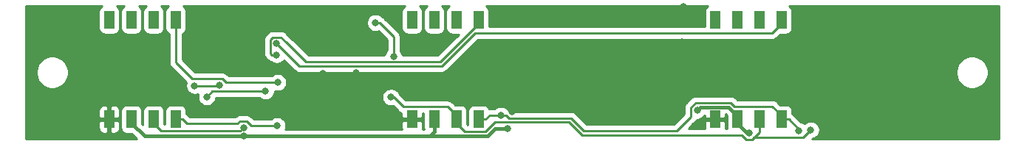
<source format=gbr>
G04 #@! TF.GenerationSoftware,KiCad,Pcbnew,(5.1.4)-1*
G04 #@! TF.CreationDate,2020-01-28T11:55:59-05:00*
G04 #@! TF.ProjectId,PDC1920,50444331-3932-4302-9e6b-696361645f70,rev?*
G04 #@! TF.SameCoordinates,Original*
G04 #@! TF.FileFunction,Copper,L1,Top*
G04 #@! TF.FilePolarity,Positive*
%FSLAX46Y46*%
G04 Gerber Fmt 4.6, Leading zero omitted, Abs format (unit mm)*
G04 Created by KiCad (PCBNEW (5.1.4)-1) date 2020-01-28 11:55:59*
%MOMM*%
%LPD*%
G04 APERTURE LIST*
%ADD10R,1.143000X2.032000*%
%ADD11C,0.800000*%
%ADD12C,0.254000*%
%ADD13C,0.381000*%
G04 APERTURE END LIST*
D10*
X130120200Y-99493000D03*
X132660200Y-99493000D03*
X135200200Y-99493000D03*
X137740200Y-99493000D03*
X130120200Y-88033000D03*
X132660200Y-88033000D03*
X135200200Y-88033000D03*
X137740200Y-88033000D03*
X95399000Y-99493000D03*
X97939000Y-99493000D03*
X100479000Y-99493000D03*
X103019000Y-99493000D03*
X95399000Y-88033000D03*
X97939000Y-88033000D03*
X100479000Y-88033000D03*
X103019000Y-88033000D03*
X60685680Y-99493000D03*
X63225680Y-99493000D03*
X65765680Y-99493000D03*
X68305680Y-99493000D03*
X60685680Y-88033000D03*
X63225680Y-88033000D03*
X65765680Y-88033000D03*
X68305680Y-88033000D03*
D11*
X139700000Y-100809490D03*
X79933800Y-100239909D03*
X105587800Y-99034600D03*
X141097000Y-100711000D03*
X92983333Y-96945733D03*
X76109866Y-100447654D03*
X70485000Y-97536000D03*
X54483000Y-89154000D03*
X54356000Y-98933000D03*
X58166000Y-93980000D03*
X70612000Y-86995000D03*
X77470000Y-88519000D03*
X92303600Y-87071200D03*
X105943400Y-87172800D03*
X131241800Y-93091000D03*
X159766000Y-99314000D03*
X159893000Y-88900000D03*
X154813000Y-93853000D03*
X149352000Y-90551000D03*
X145288000Y-101219000D03*
X145796000Y-86868000D03*
X85217000Y-94234000D03*
X88900000Y-96647000D03*
X63944500Y-93789500D03*
X79946500Y-93599000D03*
X72136000Y-90487500D03*
X76073000Y-94107000D03*
X84455000Y-88201500D03*
X61849000Y-101219000D03*
X126339600Y-90551000D03*
X117525800Y-92862400D03*
X58420000Y-87122000D03*
X88582500Y-99250500D03*
X98869500Y-96647000D03*
X98425000Y-91338400D03*
X127787400Y-100253800D03*
X125222000Y-99136200D03*
X84226400Y-98247200D03*
X93370400Y-99441000D03*
X106883200Y-98602800D03*
X100279200Y-94411800D03*
X109093000Y-97840800D03*
X126492000Y-86537800D03*
X135509000Y-92837000D03*
X148844000Y-93853000D03*
X78384400Y-99059998D03*
X88900000Y-90678000D03*
X88963500Y-94170500D03*
X133991074Y-101085926D03*
X106327510Y-100555490D03*
X128066800Y-98475800D03*
X76123802Y-101447600D03*
X70485000Y-95631000D03*
X73285067Y-95538990D03*
X80010000Y-95250000D03*
X79883000Y-92075000D03*
X79883009Y-90770010D03*
X71872399Y-96910601D03*
X78613000Y-96266000D03*
X93268800Y-92227400D03*
X91211400Y-88366600D03*
D12*
X138565700Y-99493000D02*
X139700000Y-100627300D01*
X139700000Y-100627300D02*
X139700000Y-100809490D01*
X137740200Y-99493000D02*
X138565700Y-99493000D01*
X137740200Y-99493000D02*
X137656500Y-99493000D01*
X103844500Y-99493000D02*
X104302900Y-99034600D01*
X104302900Y-99034600D02*
X105022115Y-99034600D01*
X105022115Y-99034600D02*
X105587800Y-99034600D01*
X103019000Y-99493000D02*
X103844500Y-99493000D01*
X137740200Y-99048500D02*
X137740200Y-99493000D01*
X136684900Y-97993200D02*
X137740200Y-99048500D01*
X132336768Y-97993200D02*
X136684900Y-97993200D01*
X131901859Y-97558291D02*
X132336768Y-97993200D01*
X127908347Y-97558291D02*
X131901859Y-97558291D01*
X127339799Y-98126839D02*
X127908347Y-97558291D01*
X125726810Y-100841190D02*
X127339799Y-99228201D01*
X106153485Y-99034600D02*
X106477364Y-99358479D01*
X127339799Y-99228201D02*
X127339799Y-98126839D01*
X105587800Y-99034600D02*
X106153485Y-99034600D01*
X106477364Y-99358479D02*
X113589546Y-99358479D01*
X113589546Y-99358479D02*
X113855499Y-99624433D01*
X113855499Y-99624433D02*
X115072256Y-100841190D01*
X115072256Y-100841190D02*
X125726810Y-100841190D01*
X69637980Y-99999800D02*
X69131180Y-99493000D01*
X75387200Y-99999800D02*
X69637980Y-99999800D01*
X75666347Y-99720653D02*
X75387200Y-99999800D01*
X79919909Y-100253800D02*
X76987400Y-100253800D01*
X69131180Y-99493000D02*
X68305680Y-99493000D01*
X79933800Y-100239909D02*
X79919909Y-100253800D01*
X76987400Y-100253800D02*
X76454000Y-99720400D01*
X76454000Y-99720400D02*
X76073000Y-99720400D01*
X76073000Y-99720400D02*
X76072747Y-99720653D01*
X76072747Y-99720653D02*
X75666347Y-99720653D01*
X135200200Y-99937500D02*
X135200200Y-99493000D01*
X135200200Y-100763000D02*
X135200200Y-99493000D01*
X135200200Y-100952762D02*
X135200200Y-100763000D01*
X134333961Y-101819001D02*
X135200200Y-100952762D01*
X140697001Y-101110999D02*
X141097000Y-100711000D01*
X140208000Y-101600000D02*
X140697001Y-101110999D01*
X134333961Y-101819001D02*
X134552962Y-101600000D01*
X134552962Y-101600000D02*
X140208000Y-101600000D01*
X92983333Y-96945733D02*
X93262733Y-96945733D01*
X100479000Y-99048500D02*
X100479000Y-99493000D01*
X99489500Y-98059000D02*
X100479000Y-99048500D01*
X94376000Y-98059000D02*
X99489500Y-98059000D01*
X93262733Y-96945733D02*
X94376000Y-98059000D01*
X133696001Y-101819001D02*
X134333961Y-101819001D01*
X133172200Y-101295200D02*
X133696001Y-101819001D01*
X114884200Y-101295200D02*
X133172200Y-101295200D01*
X100479000Y-99937500D02*
X101471589Y-100930089D01*
X100479000Y-99493000D02*
X100479000Y-99937500D01*
X103824039Y-100930089D02*
X104941639Y-99812489D01*
X101471589Y-100930089D02*
X103824039Y-100930089D01*
X104941639Y-99812489D02*
X113401489Y-99812489D01*
X113401489Y-99812489D02*
X114884200Y-101295200D01*
X75721519Y-100836001D02*
X76109866Y-100447654D01*
X66664181Y-100836001D02*
X75721519Y-100836001D01*
X65765680Y-99493000D02*
X65765680Y-99937500D01*
X65765680Y-99937500D02*
X66664181Y-100836001D01*
D13*
X133808626Y-101085926D02*
X133991074Y-101085926D01*
X132660200Y-99937500D02*
X133808626Y-101085926D01*
X132660200Y-99493000D02*
X132660200Y-99937500D01*
D12*
X97939000Y-99493000D02*
X97939000Y-99048500D01*
D13*
X97939000Y-99493000D02*
X98188598Y-99493000D01*
X132660200Y-99493000D02*
X132660200Y-99048500D01*
X132660200Y-99048500D02*
X131687501Y-98075801D01*
X128466799Y-98075801D02*
X128066800Y-98475800D01*
X131687501Y-98075801D02*
X128466799Y-98075801D01*
X97939000Y-99493000D02*
X97939000Y-99937500D01*
X105761825Y-100555490D02*
X106327510Y-100555490D01*
X104930510Y-100555490D02*
X105761825Y-100555490D01*
X104038400Y-101447600D02*
X104930510Y-100555490D01*
X97459800Y-101369200D02*
X97459800Y-101447600D01*
X97939000Y-100890000D02*
X97459800Y-101369200D01*
X97939000Y-99493000D02*
X97939000Y-100890000D01*
X97459800Y-101447600D02*
X104038400Y-101447600D01*
X63225680Y-99493000D02*
X63225680Y-99937500D01*
X64735780Y-101447600D02*
X74719915Y-101447600D01*
D12*
X74676000Y-101403685D02*
X74719915Y-101447600D01*
D13*
X63225680Y-99937500D02*
X64735780Y-101447600D01*
X97459800Y-101447600D02*
X76123802Y-101447600D01*
X74719915Y-101447600D02*
X76123802Y-101447600D01*
D12*
X73193057Y-95631000D02*
X73285067Y-95538990D01*
X70485000Y-95631000D02*
X73193057Y-95631000D01*
X68305680Y-92943680D02*
X68305680Y-88033000D01*
X70173989Y-94811989D02*
X68305680Y-92943680D01*
X73634027Y-94811989D02*
X70173989Y-94811989D01*
X80010000Y-95250000D02*
X74072038Y-95250000D01*
X74072038Y-95250000D02*
X73634027Y-94811989D01*
X103019000Y-87588500D02*
X103019000Y-88033000D01*
X80904553Y-90581953D02*
X83210400Y-92887800D01*
X98608700Y-92887800D02*
X103019000Y-88477500D01*
X80902704Y-90581953D02*
X80904553Y-90581953D01*
X79317315Y-92075000D02*
X79155999Y-91913684D01*
X79883000Y-92075000D02*
X79317315Y-92075000D01*
X103019000Y-88477500D02*
X103019000Y-88033000D01*
X79155999Y-91913684D02*
X79155999Y-90329039D01*
X83210400Y-92887800D02*
X98608700Y-92887800D01*
X79155999Y-90329039D02*
X79442038Y-90043000D01*
X79442038Y-90043000D02*
X80363751Y-90043000D01*
X80363751Y-90043000D02*
X80902704Y-90581953D01*
X80283008Y-91170009D02*
X79883009Y-90770010D01*
X137740200Y-88033000D02*
X137740200Y-88477500D01*
X136682700Y-89535000D02*
X102603568Y-89535000D01*
X102603568Y-89535000D02*
X98796757Y-93341811D01*
X98796757Y-93341811D02*
X82454810Y-93341811D01*
X137740200Y-88477500D02*
X136682700Y-89535000D01*
X82454810Y-93341811D02*
X80283008Y-91170009D01*
X72517000Y-96266000D02*
X78613000Y-96266000D01*
X71872399Y-96910601D02*
X72517000Y-96266000D01*
X91668600Y-88366600D02*
X91211400Y-88366600D01*
X93268800Y-92227400D02*
X93268800Y-89966800D01*
X93268800Y-89966800D02*
X91668600Y-88366600D01*
G36*
X59759686Y-86486463D02*
G01*
X59662995Y-86565815D01*
X59583643Y-86662506D01*
X59524678Y-86772820D01*
X59488368Y-86892518D01*
X59476108Y-87017000D01*
X59476108Y-89049000D01*
X59488368Y-89173482D01*
X59524678Y-89293180D01*
X59583643Y-89403494D01*
X59662995Y-89500185D01*
X59759686Y-89579537D01*
X59870000Y-89638502D01*
X59989698Y-89674812D01*
X60114180Y-89687072D01*
X61257180Y-89687072D01*
X61381662Y-89674812D01*
X61501360Y-89638502D01*
X61611674Y-89579537D01*
X61708365Y-89500185D01*
X61787717Y-89403494D01*
X61846682Y-89293180D01*
X61882992Y-89173482D01*
X61895252Y-89049000D01*
X61895252Y-87017000D01*
X61882992Y-86892518D01*
X61846682Y-86772820D01*
X61787717Y-86662506D01*
X61708365Y-86565815D01*
X61611674Y-86486463D01*
X61539950Y-86448125D01*
X62371410Y-86448125D01*
X62299686Y-86486463D01*
X62202995Y-86565815D01*
X62123643Y-86662506D01*
X62064678Y-86772820D01*
X62028368Y-86892518D01*
X62016108Y-87017000D01*
X62016108Y-89049000D01*
X62028368Y-89173482D01*
X62064678Y-89293180D01*
X62123643Y-89403494D01*
X62202995Y-89500185D01*
X62299686Y-89579537D01*
X62410000Y-89638502D01*
X62529698Y-89674812D01*
X62654180Y-89687072D01*
X63797180Y-89687072D01*
X63921662Y-89674812D01*
X64041360Y-89638502D01*
X64151674Y-89579537D01*
X64248365Y-89500185D01*
X64327717Y-89403494D01*
X64386682Y-89293180D01*
X64422992Y-89173482D01*
X64435252Y-89049000D01*
X64435252Y-87017000D01*
X64422992Y-86892518D01*
X64386682Y-86772820D01*
X64327717Y-86662506D01*
X64248365Y-86565815D01*
X64151674Y-86486463D01*
X64079950Y-86448125D01*
X64911410Y-86448125D01*
X64839686Y-86486463D01*
X64742995Y-86565815D01*
X64663643Y-86662506D01*
X64604678Y-86772820D01*
X64568368Y-86892518D01*
X64556108Y-87017000D01*
X64556108Y-89049000D01*
X64568368Y-89173482D01*
X64604678Y-89293180D01*
X64663643Y-89403494D01*
X64742995Y-89500185D01*
X64839686Y-89579537D01*
X64950000Y-89638502D01*
X65069698Y-89674812D01*
X65194180Y-89687072D01*
X66337180Y-89687072D01*
X66461662Y-89674812D01*
X66581360Y-89638502D01*
X66691674Y-89579537D01*
X66788365Y-89500185D01*
X66867717Y-89403494D01*
X66926682Y-89293180D01*
X66962992Y-89173482D01*
X66975252Y-89049000D01*
X66975252Y-87017000D01*
X66962992Y-86892518D01*
X66926682Y-86772820D01*
X66867717Y-86662506D01*
X66788365Y-86565815D01*
X66691674Y-86486463D01*
X66619950Y-86448125D01*
X67451410Y-86448125D01*
X67379686Y-86486463D01*
X67282995Y-86565815D01*
X67203643Y-86662506D01*
X67144678Y-86772820D01*
X67108368Y-86892518D01*
X67096108Y-87017000D01*
X67096108Y-89049000D01*
X67108368Y-89173482D01*
X67144678Y-89293180D01*
X67203643Y-89403494D01*
X67282995Y-89500185D01*
X67379686Y-89579537D01*
X67490000Y-89638502D01*
X67543681Y-89654786D01*
X67543680Y-92906257D01*
X67539994Y-92943680D01*
X67543680Y-92981103D01*
X67543680Y-92981105D01*
X67554706Y-93093057D01*
X67598278Y-93236694D01*
X67598279Y-93236695D01*
X67669035Y-93369072D01*
X67708663Y-93417358D01*
X67764258Y-93485102D01*
X67793334Y-93508964D01*
X69526004Y-95241635D01*
X69489774Y-95329102D01*
X69450000Y-95529061D01*
X69450000Y-95732939D01*
X69489774Y-95932898D01*
X69567795Y-96121256D01*
X69681063Y-96290774D01*
X69825226Y-96434937D01*
X69994744Y-96548205D01*
X70183102Y-96626226D01*
X70383061Y-96666000D01*
X70586939Y-96666000D01*
X70786898Y-96626226D01*
X70887108Y-96584717D01*
X70877173Y-96608703D01*
X70837399Y-96808662D01*
X70837399Y-97012540D01*
X70877173Y-97212499D01*
X70955194Y-97400857D01*
X71068462Y-97570375D01*
X71212625Y-97714538D01*
X71382143Y-97827806D01*
X71570501Y-97905827D01*
X71770460Y-97945601D01*
X71974338Y-97945601D01*
X72174297Y-97905827D01*
X72362655Y-97827806D01*
X72532173Y-97714538D01*
X72676336Y-97570375D01*
X72789604Y-97400857D01*
X72867625Y-97212499D01*
X72904324Y-97028000D01*
X77911289Y-97028000D01*
X77953226Y-97069937D01*
X78122744Y-97183205D01*
X78311102Y-97261226D01*
X78511061Y-97301000D01*
X78714939Y-97301000D01*
X78914898Y-97261226D01*
X79103256Y-97183205D01*
X79272774Y-97069937D01*
X79416937Y-96925774D01*
X79530205Y-96756256D01*
X79608226Y-96567898D01*
X79648000Y-96367939D01*
X79648000Y-96220331D01*
X79708102Y-96245226D01*
X79908061Y-96285000D01*
X80111939Y-96285000D01*
X80311898Y-96245226D01*
X80500256Y-96167205D01*
X80669774Y-96053937D01*
X80813937Y-95909774D01*
X80927205Y-95740256D01*
X81005226Y-95551898D01*
X81045000Y-95351939D01*
X81045000Y-95148061D01*
X81005226Y-94948102D01*
X80927205Y-94759744D01*
X80813937Y-94590226D01*
X80669774Y-94446063D01*
X80500256Y-94332795D01*
X80311898Y-94254774D01*
X80111939Y-94215000D01*
X79908061Y-94215000D01*
X79708102Y-94254774D01*
X79519744Y-94332795D01*
X79350226Y-94446063D01*
X79308289Y-94488000D01*
X74387668Y-94488000D01*
X74199311Y-94299643D01*
X74175449Y-94270567D01*
X74059419Y-94175344D01*
X73927042Y-94104587D01*
X73783405Y-94061015D01*
X73671453Y-94049989D01*
X73671450Y-94049989D01*
X73634027Y-94046303D01*
X73596604Y-94049989D01*
X70489620Y-94049989D01*
X69067680Y-92628050D01*
X69067680Y-89654786D01*
X69121360Y-89638502D01*
X69231674Y-89579537D01*
X69328365Y-89500185D01*
X69407717Y-89403494D01*
X69466682Y-89293180D01*
X69502992Y-89173482D01*
X69515252Y-89049000D01*
X69515252Y-87017000D01*
X69502992Y-86892518D01*
X69466682Y-86772820D01*
X69407717Y-86662506D01*
X69328365Y-86565815D01*
X69231674Y-86486463D01*
X69159950Y-86448125D01*
X94544730Y-86448125D01*
X94473006Y-86486463D01*
X94376315Y-86565815D01*
X94296963Y-86662506D01*
X94237998Y-86772820D01*
X94201688Y-86892518D01*
X94189428Y-87017000D01*
X94189428Y-89049000D01*
X94201688Y-89173482D01*
X94237998Y-89293180D01*
X94296963Y-89403494D01*
X94376315Y-89500185D01*
X94473006Y-89579537D01*
X94583320Y-89638502D01*
X94703018Y-89674812D01*
X94827500Y-89687072D01*
X95970500Y-89687072D01*
X96094982Y-89674812D01*
X96214680Y-89638502D01*
X96324994Y-89579537D01*
X96421685Y-89500185D01*
X96501037Y-89403494D01*
X96560002Y-89293180D01*
X96596312Y-89173482D01*
X96608572Y-89049000D01*
X96608572Y-87017000D01*
X96596312Y-86892518D01*
X96560002Y-86772820D01*
X96501037Y-86662506D01*
X96421685Y-86565815D01*
X96324994Y-86486463D01*
X96253270Y-86448125D01*
X97084730Y-86448125D01*
X97013006Y-86486463D01*
X96916315Y-86565815D01*
X96836963Y-86662506D01*
X96777998Y-86772820D01*
X96741688Y-86892518D01*
X96729428Y-87017000D01*
X96729428Y-89049000D01*
X96741688Y-89173482D01*
X96777998Y-89293180D01*
X96836963Y-89403494D01*
X96916315Y-89500185D01*
X97013006Y-89579537D01*
X97123320Y-89638502D01*
X97243018Y-89674812D01*
X97367500Y-89687072D01*
X98510500Y-89687072D01*
X98634982Y-89674812D01*
X98754680Y-89638502D01*
X98864994Y-89579537D01*
X98961685Y-89500185D01*
X99041037Y-89403494D01*
X99100002Y-89293180D01*
X99136312Y-89173482D01*
X99148572Y-89049000D01*
X99148572Y-87017000D01*
X99136312Y-86892518D01*
X99100002Y-86772820D01*
X99041037Y-86662506D01*
X98961685Y-86565815D01*
X98864994Y-86486463D01*
X98793270Y-86448125D01*
X99624730Y-86448125D01*
X99553006Y-86486463D01*
X99456315Y-86565815D01*
X99376963Y-86662506D01*
X99317998Y-86772820D01*
X99281688Y-86892518D01*
X99269428Y-87017000D01*
X99269428Y-89049000D01*
X99281688Y-89173482D01*
X99317998Y-89293180D01*
X99376963Y-89403494D01*
X99456315Y-89500185D01*
X99553006Y-89579537D01*
X99663320Y-89638502D01*
X99783018Y-89674812D01*
X99907500Y-89687072D01*
X100731797Y-89687072D01*
X98293070Y-92125800D01*
X94303800Y-92125800D01*
X94303800Y-92125461D01*
X94264026Y-91925502D01*
X94186005Y-91737144D01*
X94072737Y-91567626D01*
X94030800Y-91525689D01*
X94030800Y-90004223D01*
X94034486Y-89966800D01*
X94028266Y-89903647D01*
X94019774Y-89817422D01*
X93976202Y-89673785D01*
X93943265Y-89612164D01*
X93905445Y-89541407D01*
X93870657Y-89499019D01*
X93810222Y-89425378D01*
X93781146Y-89401516D01*
X92233884Y-87854254D01*
X92210022Y-87825178D01*
X92093992Y-87729955D01*
X91974707Y-87666196D01*
X91871174Y-87562663D01*
X91701656Y-87449395D01*
X91513298Y-87371374D01*
X91313339Y-87331600D01*
X91109461Y-87331600D01*
X90909502Y-87371374D01*
X90721144Y-87449395D01*
X90551626Y-87562663D01*
X90407463Y-87706826D01*
X90294195Y-87876344D01*
X90216174Y-88064702D01*
X90176400Y-88264661D01*
X90176400Y-88468539D01*
X90216174Y-88668498D01*
X90294195Y-88856856D01*
X90407463Y-89026374D01*
X90551626Y-89170537D01*
X90721144Y-89283805D01*
X90909502Y-89361826D01*
X91109461Y-89401600D01*
X91313339Y-89401600D01*
X91513298Y-89361826D01*
X91564845Y-89340475D01*
X92506801Y-90282431D01*
X92506800Y-91525689D01*
X92464863Y-91567626D01*
X92351595Y-91737144D01*
X92273574Y-91925502D01*
X92233800Y-92125461D01*
X92233800Y-92125800D01*
X83526031Y-92125800D01*
X81469837Y-90069607D01*
X81445975Y-90040531D01*
X81406588Y-90008207D01*
X80929035Y-89530654D01*
X80905173Y-89501578D01*
X80789143Y-89406355D01*
X80656766Y-89335598D01*
X80513129Y-89292026D01*
X80401177Y-89281000D01*
X80401174Y-89281000D01*
X80363751Y-89277314D01*
X80326328Y-89281000D01*
X79479460Y-89281000D01*
X79442037Y-89277314D01*
X79404614Y-89281000D01*
X79404612Y-89281000D01*
X79292660Y-89292026D01*
X79149023Y-89335598D01*
X79016646Y-89406355D01*
X78900616Y-89501578D01*
X78876754Y-89530654D01*
X78643648Y-89763760D01*
X78614578Y-89787617D01*
X78590721Y-89816687D01*
X78590720Y-89816688D01*
X78519354Y-89903647D01*
X78448598Y-90036024D01*
X78405026Y-90179661D01*
X78390313Y-90329039D01*
X78394000Y-90366472D01*
X78393999Y-91876260D01*
X78390313Y-91913684D01*
X78393999Y-91951107D01*
X78393999Y-91951109D01*
X78405025Y-92063061D01*
X78448597Y-92206698D01*
X78472360Y-92251155D01*
X78519354Y-92339076D01*
X78558982Y-92387362D01*
X78614577Y-92455106D01*
X78643653Y-92478968D01*
X78752031Y-92587346D01*
X78775893Y-92616422D01*
X78891923Y-92711645D01*
X79024300Y-92782402D01*
X79167937Y-92825974D01*
X79170517Y-92826228D01*
X79223226Y-92878937D01*
X79392744Y-92992205D01*
X79581102Y-93070226D01*
X79781061Y-93110000D01*
X79984939Y-93110000D01*
X80184898Y-93070226D01*
X80373256Y-92992205D01*
X80542774Y-92878937D01*
X80686937Y-92734774D01*
X80720264Y-92684896D01*
X81889531Y-93854163D01*
X81913388Y-93883233D01*
X81942458Y-93907090D01*
X82029417Y-93978456D01*
X82100174Y-94016276D01*
X82161795Y-94049213D01*
X82305432Y-94092785D01*
X82417384Y-94103811D01*
X82417387Y-94103811D01*
X82454810Y-94107497D01*
X82492233Y-94103811D01*
X98759334Y-94103811D01*
X98796757Y-94107497D01*
X98834180Y-94103811D01*
X98834183Y-94103811D01*
X98946135Y-94092785D01*
X99089772Y-94049213D01*
X99222149Y-93978456D01*
X99305157Y-93910333D01*
X157708378Y-93910333D01*
X157708378Y-94279917D01*
X157780480Y-94642399D01*
X157921914Y-94983849D01*
X158127243Y-95291147D01*
X158388578Y-95552482D01*
X158695876Y-95757811D01*
X159037326Y-95899245D01*
X159399808Y-95971347D01*
X159769392Y-95971347D01*
X160131874Y-95899245D01*
X160473324Y-95757811D01*
X160780622Y-95552482D01*
X161041957Y-95291147D01*
X161247286Y-94983849D01*
X161388720Y-94642399D01*
X161460822Y-94279917D01*
X161460822Y-93910333D01*
X161388720Y-93547851D01*
X161247286Y-93206401D01*
X161041957Y-92899103D01*
X160780622Y-92637768D01*
X160473324Y-92432439D01*
X160131874Y-92291005D01*
X159769392Y-92218903D01*
X159399808Y-92218903D01*
X159037326Y-92291005D01*
X158695876Y-92432439D01*
X158388578Y-92637768D01*
X158127243Y-92899103D01*
X157921914Y-93206401D01*
X157780480Y-93547851D01*
X157708378Y-93910333D01*
X99305157Y-93910333D01*
X99338179Y-93883233D01*
X99362041Y-93854157D01*
X102919199Y-90297000D01*
X136645277Y-90297000D01*
X136682700Y-90300686D01*
X136720123Y-90297000D01*
X136720126Y-90297000D01*
X136832078Y-90285974D01*
X136975715Y-90242402D01*
X137108092Y-90171645D01*
X137224122Y-90076422D01*
X137247984Y-90047346D01*
X137608258Y-89687072D01*
X138311700Y-89687072D01*
X138436182Y-89674812D01*
X138555880Y-89638502D01*
X138666194Y-89579537D01*
X138762885Y-89500185D01*
X138842237Y-89403494D01*
X138901202Y-89293180D01*
X138937512Y-89173482D01*
X138949772Y-89049000D01*
X138949772Y-87017000D01*
X138937512Y-86892518D01*
X138901202Y-86772820D01*
X138842237Y-86662506D01*
X138762885Y-86565815D01*
X138666194Y-86486463D01*
X138594470Y-86448125D01*
X162659601Y-86448125D01*
X162659600Y-101742125D01*
X141218420Y-101742125D01*
X141398898Y-101706226D01*
X141587256Y-101628205D01*
X141756774Y-101514937D01*
X141900937Y-101370774D01*
X142014205Y-101201256D01*
X142092226Y-101012898D01*
X142132000Y-100812939D01*
X142132000Y-100609061D01*
X142092226Y-100409102D01*
X142014205Y-100220744D01*
X141900937Y-100051226D01*
X141756774Y-99907063D01*
X141587256Y-99793795D01*
X141398898Y-99715774D01*
X141198939Y-99676000D01*
X140995061Y-99676000D01*
X140795102Y-99715774D01*
X140606744Y-99793795D01*
X140437226Y-99907063D01*
X140347163Y-99997126D01*
X140190256Y-99892285D01*
X140001898Y-99814264D01*
X139955332Y-99805002D01*
X139130984Y-98980654D01*
X139107122Y-98951578D01*
X138991092Y-98856355D01*
X138949772Y-98834269D01*
X138949772Y-98477000D01*
X138937512Y-98352518D01*
X138901202Y-98232820D01*
X138842237Y-98122506D01*
X138762885Y-98025815D01*
X138666194Y-97946463D01*
X138555880Y-97887498D01*
X138436182Y-97851188D01*
X138311700Y-97838928D01*
X137608258Y-97838928D01*
X137250184Y-97480854D01*
X137226322Y-97451778D01*
X137110292Y-97356555D01*
X136977915Y-97285798D01*
X136834278Y-97242226D01*
X136722326Y-97231200D01*
X136722323Y-97231200D01*
X136684900Y-97227514D01*
X136647477Y-97231200D01*
X132652398Y-97231200D01*
X132467143Y-97045945D01*
X132443281Y-97016869D01*
X132327251Y-96921646D01*
X132194874Y-96850889D01*
X132051237Y-96807317D01*
X131939285Y-96796291D01*
X131939282Y-96796291D01*
X131901859Y-96792605D01*
X131864436Y-96796291D01*
X127945769Y-96796291D01*
X127908346Y-96792605D01*
X127870923Y-96796291D01*
X127870921Y-96796291D01*
X127758969Y-96807317D01*
X127615332Y-96850889D01*
X127482955Y-96921646D01*
X127366925Y-97016869D01*
X127343067Y-97045940D01*
X126827448Y-97561560D01*
X126798378Y-97585417D01*
X126774521Y-97614487D01*
X126774520Y-97614488D01*
X126703154Y-97701447D01*
X126632398Y-97833824D01*
X126588826Y-97977461D01*
X126574113Y-98126839D01*
X126577800Y-98164272D01*
X126577799Y-98912570D01*
X125411180Y-100079190D01*
X115387887Y-100079190D01*
X114367850Y-99059154D01*
X114154831Y-98846134D01*
X114130968Y-98817057D01*
X114014938Y-98721834D01*
X113882561Y-98651077D01*
X113738924Y-98607505D01*
X113626972Y-98596479D01*
X113626970Y-98596479D01*
X113589547Y-98592793D01*
X113552124Y-98596479D01*
X106792994Y-98596479D01*
X106718769Y-98522254D01*
X106694907Y-98493178D01*
X106578877Y-98397955D01*
X106446500Y-98327198D01*
X106302863Y-98283626D01*
X106300283Y-98283372D01*
X106247574Y-98230663D01*
X106078056Y-98117395D01*
X105889698Y-98039374D01*
X105689739Y-97999600D01*
X105485861Y-97999600D01*
X105285902Y-98039374D01*
X105097544Y-98117395D01*
X104928026Y-98230663D01*
X104886089Y-98272600D01*
X104340315Y-98272600D01*
X104302899Y-98268915D01*
X104265483Y-98272600D01*
X104265474Y-98272600D01*
X104194199Y-98279620D01*
X104180002Y-98232820D01*
X104121037Y-98122506D01*
X104041685Y-98025815D01*
X103944994Y-97946463D01*
X103834680Y-97887498D01*
X103714982Y-97851188D01*
X103590500Y-97838928D01*
X102447500Y-97838928D01*
X102323018Y-97851188D01*
X102203320Y-97887498D01*
X102093006Y-97946463D01*
X101996315Y-98025815D01*
X101916963Y-98122506D01*
X101857998Y-98232820D01*
X101821688Y-98352518D01*
X101809428Y-98477000D01*
X101809428Y-100168089D01*
X101787220Y-100168089D01*
X101688572Y-100069441D01*
X101688572Y-98477000D01*
X101676312Y-98352518D01*
X101640002Y-98232820D01*
X101581037Y-98122506D01*
X101501685Y-98025815D01*
X101404994Y-97946463D01*
X101294680Y-97887498D01*
X101174982Y-97851188D01*
X101050500Y-97838928D01*
X100347058Y-97838928D01*
X100054784Y-97546654D01*
X100030922Y-97517578D01*
X99914892Y-97422355D01*
X99782515Y-97351598D01*
X99638878Y-97308026D01*
X99526926Y-97297000D01*
X99526923Y-97297000D01*
X99489500Y-97293314D01*
X99452077Y-97297000D01*
X94691631Y-97297000D01*
X93936198Y-96541568D01*
X93900538Y-96455477D01*
X93787270Y-96285959D01*
X93643107Y-96141796D01*
X93473589Y-96028528D01*
X93285231Y-95950507D01*
X93085272Y-95910733D01*
X92881394Y-95910733D01*
X92681435Y-95950507D01*
X92493077Y-96028528D01*
X92323559Y-96141796D01*
X92179396Y-96285959D01*
X92066128Y-96455477D01*
X91988107Y-96643835D01*
X91948333Y-96843794D01*
X91948333Y-97047672D01*
X91988107Y-97247631D01*
X92066128Y-97435989D01*
X92179396Y-97605507D01*
X92323559Y-97749670D01*
X92493077Y-97862938D01*
X92681435Y-97940959D01*
X92881394Y-97980733D01*
X93085272Y-97980733D01*
X93197733Y-97958363D01*
X93810720Y-98571351D01*
X93834578Y-98600422D01*
X93950608Y-98695645D01*
X94082985Y-98766402D01*
X94190783Y-98799102D01*
X94192500Y-99207250D01*
X94351250Y-99366000D01*
X95272000Y-99366000D01*
X95272000Y-99346000D01*
X95526000Y-99346000D01*
X95526000Y-99366000D01*
X96446750Y-99366000D01*
X96605500Y-99207250D01*
X96607125Y-98821000D01*
X96729428Y-98821000D01*
X96729428Y-100509000D01*
X96740567Y-100622100D01*
X96597433Y-100622100D01*
X96608572Y-100509000D01*
X96605500Y-99778750D01*
X96446750Y-99620000D01*
X95526000Y-99620000D01*
X95526000Y-99640000D01*
X95272000Y-99640000D01*
X95272000Y-99620000D01*
X94351250Y-99620000D01*
X94192500Y-99778750D01*
X94189428Y-100509000D01*
X94200567Y-100622100D01*
X80895767Y-100622100D01*
X80929026Y-100541807D01*
X80968800Y-100341848D01*
X80968800Y-100137970D01*
X80929026Y-99938011D01*
X80851005Y-99749653D01*
X80737737Y-99580135D01*
X80593574Y-99435972D01*
X80424056Y-99322704D01*
X80235698Y-99244683D01*
X80035739Y-99204909D01*
X79831861Y-99204909D01*
X79631902Y-99244683D01*
X79443544Y-99322704D01*
X79274026Y-99435972D01*
X79218198Y-99491800D01*
X77303030Y-99491800D01*
X77019284Y-99208054D01*
X76995422Y-99178978D01*
X76879392Y-99083755D01*
X76747015Y-99012998D01*
X76603378Y-98969426D01*
X76491426Y-98958400D01*
X76491423Y-98958400D01*
X76454000Y-98954714D01*
X76416577Y-98958400D01*
X76110423Y-98958400D01*
X76073000Y-98954714D01*
X76035577Y-98958400D01*
X76035574Y-98958400D01*
X76033005Y-98958653D01*
X75703769Y-98958653D01*
X75666346Y-98954967D01*
X75628923Y-98958653D01*
X75628921Y-98958653D01*
X75516969Y-98969679D01*
X75373332Y-99013251D01*
X75240955Y-99084008D01*
X75124925Y-99179231D01*
X75101063Y-99208307D01*
X75071570Y-99237800D01*
X69953610Y-99237800D01*
X69696464Y-98980654D01*
X69672602Y-98951578D01*
X69556572Y-98856355D01*
X69515252Y-98834269D01*
X69515252Y-98477000D01*
X69502992Y-98352518D01*
X69466682Y-98232820D01*
X69407717Y-98122506D01*
X69328365Y-98025815D01*
X69231674Y-97946463D01*
X69121360Y-97887498D01*
X69001662Y-97851188D01*
X68877180Y-97838928D01*
X67734180Y-97838928D01*
X67609698Y-97851188D01*
X67490000Y-97887498D01*
X67379686Y-97946463D01*
X67282995Y-98025815D01*
X67203643Y-98122506D01*
X67144678Y-98232820D01*
X67108368Y-98352518D01*
X67096108Y-98477000D01*
X67096108Y-100074001D01*
X66979812Y-100074001D01*
X66975252Y-100069441D01*
X66975252Y-98477000D01*
X66962992Y-98352518D01*
X66926682Y-98232820D01*
X66867717Y-98122506D01*
X66788365Y-98025815D01*
X66691674Y-97946463D01*
X66581360Y-97887498D01*
X66461662Y-97851188D01*
X66337180Y-97838928D01*
X65194180Y-97838928D01*
X65069698Y-97851188D01*
X64950000Y-97887498D01*
X64839686Y-97946463D01*
X64742995Y-98025815D01*
X64663643Y-98122506D01*
X64604678Y-98232820D01*
X64568368Y-98352518D01*
X64556108Y-98477000D01*
X64556108Y-100100495D01*
X64435252Y-99979639D01*
X64435252Y-98477000D01*
X64422992Y-98352518D01*
X64386682Y-98232820D01*
X64327717Y-98122506D01*
X64248365Y-98025815D01*
X64151674Y-97946463D01*
X64041360Y-97887498D01*
X63921662Y-97851188D01*
X63797180Y-97838928D01*
X62654180Y-97838928D01*
X62529698Y-97851188D01*
X62410000Y-97887498D01*
X62299686Y-97946463D01*
X62202995Y-98025815D01*
X62123643Y-98122506D01*
X62064678Y-98232820D01*
X62028368Y-98352518D01*
X62016108Y-98477000D01*
X62016108Y-100509000D01*
X62028368Y-100633482D01*
X62064678Y-100753180D01*
X62123643Y-100863494D01*
X62202995Y-100960185D01*
X62299686Y-101039537D01*
X62410000Y-101098502D01*
X62529698Y-101134812D01*
X62654180Y-101147072D01*
X63267819Y-101147072D01*
X63862871Y-101742125D01*
X51099601Y-101742125D01*
X51099601Y-100509000D01*
X59476108Y-100509000D01*
X59488368Y-100633482D01*
X59524678Y-100753180D01*
X59583643Y-100863494D01*
X59662995Y-100960185D01*
X59759686Y-101039537D01*
X59870000Y-101098502D01*
X59989698Y-101134812D01*
X60114180Y-101147072D01*
X60399930Y-101144000D01*
X60558680Y-100985250D01*
X60558680Y-99620000D01*
X60812680Y-99620000D01*
X60812680Y-100985250D01*
X60971430Y-101144000D01*
X61257180Y-101147072D01*
X61381662Y-101134812D01*
X61501360Y-101098502D01*
X61611674Y-101039537D01*
X61708365Y-100960185D01*
X61787717Y-100863494D01*
X61846682Y-100753180D01*
X61882992Y-100633482D01*
X61895252Y-100509000D01*
X61892180Y-99778750D01*
X61733430Y-99620000D01*
X60812680Y-99620000D01*
X60558680Y-99620000D01*
X59637930Y-99620000D01*
X59479180Y-99778750D01*
X59476108Y-100509000D01*
X51099601Y-100509000D01*
X51099601Y-98477000D01*
X59476108Y-98477000D01*
X59479180Y-99207250D01*
X59637930Y-99366000D01*
X60558680Y-99366000D01*
X60558680Y-98000750D01*
X60812680Y-98000750D01*
X60812680Y-99366000D01*
X61733430Y-99366000D01*
X61892180Y-99207250D01*
X61895252Y-98477000D01*
X61882992Y-98352518D01*
X61846682Y-98232820D01*
X61787717Y-98122506D01*
X61708365Y-98025815D01*
X61611674Y-97946463D01*
X61501360Y-97887498D01*
X61381662Y-97851188D01*
X61257180Y-97838928D01*
X60971430Y-97842000D01*
X60812680Y-98000750D01*
X60558680Y-98000750D01*
X60399930Y-97842000D01*
X60114180Y-97838928D01*
X59989698Y-97851188D01*
X59870000Y-97887498D01*
X59759686Y-97946463D01*
X59662995Y-98025815D01*
X59583643Y-98122506D01*
X59524678Y-98232820D01*
X59488368Y-98352518D01*
X59476108Y-98477000D01*
X51099601Y-98477000D01*
X51099601Y-93910333D01*
X52298379Y-93910333D01*
X52298379Y-94279917D01*
X52370481Y-94642399D01*
X52511915Y-94983849D01*
X52717244Y-95291147D01*
X52978579Y-95552482D01*
X53285877Y-95757811D01*
X53627327Y-95899245D01*
X53989809Y-95971347D01*
X54359393Y-95971347D01*
X54721875Y-95899245D01*
X55063325Y-95757811D01*
X55370623Y-95552482D01*
X55631958Y-95291147D01*
X55837287Y-94983849D01*
X55978721Y-94642399D01*
X56050823Y-94279917D01*
X56050823Y-93910333D01*
X55978721Y-93547851D01*
X55837287Y-93206401D01*
X55631958Y-92899103D01*
X55370623Y-92637768D01*
X55063325Y-92432439D01*
X54721875Y-92291005D01*
X54359393Y-92218903D01*
X53989809Y-92218903D01*
X53627327Y-92291005D01*
X53285877Y-92432439D01*
X52978579Y-92637768D01*
X52717244Y-92899103D01*
X52511915Y-93206401D01*
X52370481Y-93547851D01*
X52298379Y-93910333D01*
X51099601Y-93910333D01*
X51099601Y-86448125D01*
X59831410Y-86448125D01*
X59759686Y-86486463D01*
X59759686Y-86486463D01*
G37*
X59759686Y-86486463D02*
X59662995Y-86565815D01*
X59583643Y-86662506D01*
X59524678Y-86772820D01*
X59488368Y-86892518D01*
X59476108Y-87017000D01*
X59476108Y-89049000D01*
X59488368Y-89173482D01*
X59524678Y-89293180D01*
X59583643Y-89403494D01*
X59662995Y-89500185D01*
X59759686Y-89579537D01*
X59870000Y-89638502D01*
X59989698Y-89674812D01*
X60114180Y-89687072D01*
X61257180Y-89687072D01*
X61381662Y-89674812D01*
X61501360Y-89638502D01*
X61611674Y-89579537D01*
X61708365Y-89500185D01*
X61787717Y-89403494D01*
X61846682Y-89293180D01*
X61882992Y-89173482D01*
X61895252Y-89049000D01*
X61895252Y-87017000D01*
X61882992Y-86892518D01*
X61846682Y-86772820D01*
X61787717Y-86662506D01*
X61708365Y-86565815D01*
X61611674Y-86486463D01*
X61539950Y-86448125D01*
X62371410Y-86448125D01*
X62299686Y-86486463D01*
X62202995Y-86565815D01*
X62123643Y-86662506D01*
X62064678Y-86772820D01*
X62028368Y-86892518D01*
X62016108Y-87017000D01*
X62016108Y-89049000D01*
X62028368Y-89173482D01*
X62064678Y-89293180D01*
X62123643Y-89403494D01*
X62202995Y-89500185D01*
X62299686Y-89579537D01*
X62410000Y-89638502D01*
X62529698Y-89674812D01*
X62654180Y-89687072D01*
X63797180Y-89687072D01*
X63921662Y-89674812D01*
X64041360Y-89638502D01*
X64151674Y-89579537D01*
X64248365Y-89500185D01*
X64327717Y-89403494D01*
X64386682Y-89293180D01*
X64422992Y-89173482D01*
X64435252Y-89049000D01*
X64435252Y-87017000D01*
X64422992Y-86892518D01*
X64386682Y-86772820D01*
X64327717Y-86662506D01*
X64248365Y-86565815D01*
X64151674Y-86486463D01*
X64079950Y-86448125D01*
X64911410Y-86448125D01*
X64839686Y-86486463D01*
X64742995Y-86565815D01*
X64663643Y-86662506D01*
X64604678Y-86772820D01*
X64568368Y-86892518D01*
X64556108Y-87017000D01*
X64556108Y-89049000D01*
X64568368Y-89173482D01*
X64604678Y-89293180D01*
X64663643Y-89403494D01*
X64742995Y-89500185D01*
X64839686Y-89579537D01*
X64950000Y-89638502D01*
X65069698Y-89674812D01*
X65194180Y-89687072D01*
X66337180Y-89687072D01*
X66461662Y-89674812D01*
X66581360Y-89638502D01*
X66691674Y-89579537D01*
X66788365Y-89500185D01*
X66867717Y-89403494D01*
X66926682Y-89293180D01*
X66962992Y-89173482D01*
X66975252Y-89049000D01*
X66975252Y-87017000D01*
X66962992Y-86892518D01*
X66926682Y-86772820D01*
X66867717Y-86662506D01*
X66788365Y-86565815D01*
X66691674Y-86486463D01*
X66619950Y-86448125D01*
X67451410Y-86448125D01*
X67379686Y-86486463D01*
X67282995Y-86565815D01*
X67203643Y-86662506D01*
X67144678Y-86772820D01*
X67108368Y-86892518D01*
X67096108Y-87017000D01*
X67096108Y-89049000D01*
X67108368Y-89173482D01*
X67144678Y-89293180D01*
X67203643Y-89403494D01*
X67282995Y-89500185D01*
X67379686Y-89579537D01*
X67490000Y-89638502D01*
X67543681Y-89654786D01*
X67543680Y-92906257D01*
X67539994Y-92943680D01*
X67543680Y-92981103D01*
X67543680Y-92981105D01*
X67554706Y-93093057D01*
X67598278Y-93236694D01*
X67598279Y-93236695D01*
X67669035Y-93369072D01*
X67708663Y-93417358D01*
X67764258Y-93485102D01*
X67793334Y-93508964D01*
X69526004Y-95241635D01*
X69489774Y-95329102D01*
X69450000Y-95529061D01*
X69450000Y-95732939D01*
X69489774Y-95932898D01*
X69567795Y-96121256D01*
X69681063Y-96290774D01*
X69825226Y-96434937D01*
X69994744Y-96548205D01*
X70183102Y-96626226D01*
X70383061Y-96666000D01*
X70586939Y-96666000D01*
X70786898Y-96626226D01*
X70887108Y-96584717D01*
X70877173Y-96608703D01*
X70837399Y-96808662D01*
X70837399Y-97012540D01*
X70877173Y-97212499D01*
X70955194Y-97400857D01*
X71068462Y-97570375D01*
X71212625Y-97714538D01*
X71382143Y-97827806D01*
X71570501Y-97905827D01*
X71770460Y-97945601D01*
X71974338Y-97945601D01*
X72174297Y-97905827D01*
X72362655Y-97827806D01*
X72532173Y-97714538D01*
X72676336Y-97570375D01*
X72789604Y-97400857D01*
X72867625Y-97212499D01*
X72904324Y-97028000D01*
X77911289Y-97028000D01*
X77953226Y-97069937D01*
X78122744Y-97183205D01*
X78311102Y-97261226D01*
X78511061Y-97301000D01*
X78714939Y-97301000D01*
X78914898Y-97261226D01*
X79103256Y-97183205D01*
X79272774Y-97069937D01*
X79416937Y-96925774D01*
X79530205Y-96756256D01*
X79608226Y-96567898D01*
X79648000Y-96367939D01*
X79648000Y-96220331D01*
X79708102Y-96245226D01*
X79908061Y-96285000D01*
X80111939Y-96285000D01*
X80311898Y-96245226D01*
X80500256Y-96167205D01*
X80669774Y-96053937D01*
X80813937Y-95909774D01*
X80927205Y-95740256D01*
X81005226Y-95551898D01*
X81045000Y-95351939D01*
X81045000Y-95148061D01*
X81005226Y-94948102D01*
X80927205Y-94759744D01*
X80813937Y-94590226D01*
X80669774Y-94446063D01*
X80500256Y-94332795D01*
X80311898Y-94254774D01*
X80111939Y-94215000D01*
X79908061Y-94215000D01*
X79708102Y-94254774D01*
X79519744Y-94332795D01*
X79350226Y-94446063D01*
X79308289Y-94488000D01*
X74387668Y-94488000D01*
X74199311Y-94299643D01*
X74175449Y-94270567D01*
X74059419Y-94175344D01*
X73927042Y-94104587D01*
X73783405Y-94061015D01*
X73671453Y-94049989D01*
X73671450Y-94049989D01*
X73634027Y-94046303D01*
X73596604Y-94049989D01*
X70489620Y-94049989D01*
X69067680Y-92628050D01*
X69067680Y-89654786D01*
X69121360Y-89638502D01*
X69231674Y-89579537D01*
X69328365Y-89500185D01*
X69407717Y-89403494D01*
X69466682Y-89293180D01*
X69502992Y-89173482D01*
X69515252Y-89049000D01*
X69515252Y-87017000D01*
X69502992Y-86892518D01*
X69466682Y-86772820D01*
X69407717Y-86662506D01*
X69328365Y-86565815D01*
X69231674Y-86486463D01*
X69159950Y-86448125D01*
X94544730Y-86448125D01*
X94473006Y-86486463D01*
X94376315Y-86565815D01*
X94296963Y-86662506D01*
X94237998Y-86772820D01*
X94201688Y-86892518D01*
X94189428Y-87017000D01*
X94189428Y-89049000D01*
X94201688Y-89173482D01*
X94237998Y-89293180D01*
X94296963Y-89403494D01*
X94376315Y-89500185D01*
X94473006Y-89579537D01*
X94583320Y-89638502D01*
X94703018Y-89674812D01*
X94827500Y-89687072D01*
X95970500Y-89687072D01*
X96094982Y-89674812D01*
X96214680Y-89638502D01*
X96324994Y-89579537D01*
X96421685Y-89500185D01*
X96501037Y-89403494D01*
X96560002Y-89293180D01*
X96596312Y-89173482D01*
X96608572Y-89049000D01*
X96608572Y-87017000D01*
X96596312Y-86892518D01*
X96560002Y-86772820D01*
X96501037Y-86662506D01*
X96421685Y-86565815D01*
X96324994Y-86486463D01*
X96253270Y-86448125D01*
X97084730Y-86448125D01*
X97013006Y-86486463D01*
X96916315Y-86565815D01*
X96836963Y-86662506D01*
X96777998Y-86772820D01*
X96741688Y-86892518D01*
X96729428Y-87017000D01*
X96729428Y-89049000D01*
X96741688Y-89173482D01*
X96777998Y-89293180D01*
X96836963Y-89403494D01*
X96916315Y-89500185D01*
X97013006Y-89579537D01*
X97123320Y-89638502D01*
X97243018Y-89674812D01*
X97367500Y-89687072D01*
X98510500Y-89687072D01*
X98634982Y-89674812D01*
X98754680Y-89638502D01*
X98864994Y-89579537D01*
X98961685Y-89500185D01*
X99041037Y-89403494D01*
X99100002Y-89293180D01*
X99136312Y-89173482D01*
X99148572Y-89049000D01*
X99148572Y-87017000D01*
X99136312Y-86892518D01*
X99100002Y-86772820D01*
X99041037Y-86662506D01*
X98961685Y-86565815D01*
X98864994Y-86486463D01*
X98793270Y-86448125D01*
X99624730Y-86448125D01*
X99553006Y-86486463D01*
X99456315Y-86565815D01*
X99376963Y-86662506D01*
X99317998Y-86772820D01*
X99281688Y-86892518D01*
X99269428Y-87017000D01*
X99269428Y-89049000D01*
X99281688Y-89173482D01*
X99317998Y-89293180D01*
X99376963Y-89403494D01*
X99456315Y-89500185D01*
X99553006Y-89579537D01*
X99663320Y-89638502D01*
X99783018Y-89674812D01*
X99907500Y-89687072D01*
X100731797Y-89687072D01*
X98293070Y-92125800D01*
X94303800Y-92125800D01*
X94303800Y-92125461D01*
X94264026Y-91925502D01*
X94186005Y-91737144D01*
X94072737Y-91567626D01*
X94030800Y-91525689D01*
X94030800Y-90004223D01*
X94034486Y-89966800D01*
X94028266Y-89903647D01*
X94019774Y-89817422D01*
X93976202Y-89673785D01*
X93943265Y-89612164D01*
X93905445Y-89541407D01*
X93870657Y-89499019D01*
X93810222Y-89425378D01*
X93781146Y-89401516D01*
X92233884Y-87854254D01*
X92210022Y-87825178D01*
X92093992Y-87729955D01*
X91974707Y-87666196D01*
X91871174Y-87562663D01*
X91701656Y-87449395D01*
X91513298Y-87371374D01*
X91313339Y-87331600D01*
X91109461Y-87331600D01*
X90909502Y-87371374D01*
X90721144Y-87449395D01*
X90551626Y-87562663D01*
X90407463Y-87706826D01*
X90294195Y-87876344D01*
X90216174Y-88064702D01*
X90176400Y-88264661D01*
X90176400Y-88468539D01*
X90216174Y-88668498D01*
X90294195Y-88856856D01*
X90407463Y-89026374D01*
X90551626Y-89170537D01*
X90721144Y-89283805D01*
X90909502Y-89361826D01*
X91109461Y-89401600D01*
X91313339Y-89401600D01*
X91513298Y-89361826D01*
X91564845Y-89340475D01*
X92506801Y-90282431D01*
X92506800Y-91525689D01*
X92464863Y-91567626D01*
X92351595Y-91737144D01*
X92273574Y-91925502D01*
X92233800Y-92125461D01*
X92233800Y-92125800D01*
X83526031Y-92125800D01*
X81469837Y-90069607D01*
X81445975Y-90040531D01*
X81406588Y-90008207D01*
X80929035Y-89530654D01*
X80905173Y-89501578D01*
X80789143Y-89406355D01*
X80656766Y-89335598D01*
X80513129Y-89292026D01*
X80401177Y-89281000D01*
X80401174Y-89281000D01*
X80363751Y-89277314D01*
X80326328Y-89281000D01*
X79479460Y-89281000D01*
X79442037Y-89277314D01*
X79404614Y-89281000D01*
X79404612Y-89281000D01*
X79292660Y-89292026D01*
X79149023Y-89335598D01*
X79016646Y-89406355D01*
X78900616Y-89501578D01*
X78876754Y-89530654D01*
X78643648Y-89763760D01*
X78614578Y-89787617D01*
X78590721Y-89816687D01*
X78590720Y-89816688D01*
X78519354Y-89903647D01*
X78448598Y-90036024D01*
X78405026Y-90179661D01*
X78390313Y-90329039D01*
X78394000Y-90366472D01*
X78393999Y-91876260D01*
X78390313Y-91913684D01*
X78393999Y-91951107D01*
X78393999Y-91951109D01*
X78405025Y-92063061D01*
X78448597Y-92206698D01*
X78472360Y-92251155D01*
X78519354Y-92339076D01*
X78558982Y-92387362D01*
X78614577Y-92455106D01*
X78643653Y-92478968D01*
X78752031Y-92587346D01*
X78775893Y-92616422D01*
X78891923Y-92711645D01*
X79024300Y-92782402D01*
X79167937Y-92825974D01*
X79170517Y-92826228D01*
X79223226Y-92878937D01*
X79392744Y-92992205D01*
X79581102Y-93070226D01*
X79781061Y-93110000D01*
X79984939Y-93110000D01*
X80184898Y-93070226D01*
X80373256Y-92992205D01*
X80542774Y-92878937D01*
X80686937Y-92734774D01*
X80720264Y-92684896D01*
X81889531Y-93854163D01*
X81913388Y-93883233D01*
X81942458Y-93907090D01*
X82029417Y-93978456D01*
X82100174Y-94016276D01*
X82161795Y-94049213D01*
X82305432Y-94092785D01*
X82417384Y-94103811D01*
X82417387Y-94103811D01*
X82454810Y-94107497D01*
X82492233Y-94103811D01*
X98759334Y-94103811D01*
X98796757Y-94107497D01*
X98834180Y-94103811D01*
X98834183Y-94103811D01*
X98946135Y-94092785D01*
X99089772Y-94049213D01*
X99222149Y-93978456D01*
X99305157Y-93910333D01*
X157708378Y-93910333D01*
X157708378Y-94279917D01*
X157780480Y-94642399D01*
X157921914Y-94983849D01*
X158127243Y-95291147D01*
X158388578Y-95552482D01*
X158695876Y-95757811D01*
X159037326Y-95899245D01*
X159399808Y-95971347D01*
X159769392Y-95971347D01*
X160131874Y-95899245D01*
X160473324Y-95757811D01*
X160780622Y-95552482D01*
X161041957Y-95291147D01*
X161247286Y-94983849D01*
X161388720Y-94642399D01*
X161460822Y-94279917D01*
X161460822Y-93910333D01*
X161388720Y-93547851D01*
X161247286Y-93206401D01*
X161041957Y-92899103D01*
X160780622Y-92637768D01*
X160473324Y-92432439D01*
X160131874Y-92291005D01*
X159769392Y-92218903D01*
X159399808Y-92218903D01*
X159037326Y-92291005D01*
X158695876Y-92432439D01*
X158388578Y-92637768D01*
X158127243Y-92899103D01*
X157921914Y-93206401D01*
X157780480Y-93547851D01*
X157708378Y-93910333D01*
X99305157Y-93910333D01*
X99338179Y-93883233D01*
X99362041Y-93854157D01*
X102919199Y-90297000D01*
X136645277Y-90297000D01*
X136682700Y-90300686D01*
X136720123Y-90297000D01*
X136720126Y-90297000D01*
X136832078Y-90285974D01*
X136975715Y-90242402D01*
X137108092Y-90171645D01*
X137224122Y-90076422D01*
X137247984Y-90047346D01*
X137608258Y-89687072D01*
X138311700Y-89687072D01*
X138436182Y-89674812D01*
X138555880Y-89638502D01*
X138666194Y-89579537D01*
X138762885Y-89500185D01*
X138842237Y-89403494D01*
X138901202Y-89293180D01*
X138937512Y-89173482D01*
X138949772Y-89049000D01*
X138949772Y-87017000D01*
X138937512Y-86892518D01*
X138901202Y-86772820D01*
X138842237Y-86662506D01*
X138762885Y-86565815D01*
X138666194Y-86486463D01*
X138594470Y-86448125D01*
X162659601Y-86448125D01*
X162659600Y-101742125D01*
X141218420Y-101742125D01*
X141398898Y-101706226D01*
X141587256Y-101628205D01*
X141756774Y-101514937D01*
X141900937Y-101370774D01*
X142014205Y-101201256D01*
X142092226Y-101012898D01*
X142132000Y-100812939D01*
X142132000Y-100609061D01*
X142092226Y-100409102D01*
X142014205Y-100220744D01*
X141900937Y-100051226D01*
X141756774Y-99907063D01*
X141587256Y-99793795D01*
X141398898Y-99715774D01*
X141198939Y-99676000D01*
X140995061Y-99676000D01*
X140795102Y-99715774D01*
X140606744Y-99793795D01*
X140437226Y-99907063D01*
X140347163Y-99997126D01*
X140190256Y-99892285D01*
X140001898Y-99814264D01*
X139955332Y-99805002D01*
X139130984Y-98980654D01*
X139107122Y-98951578D01*
X138991092Y-98856355D01*
X138949772Y-98834269D01*
X138949772Y-98477000D01*
X138937512Y-98352518D01*
X138901202Y-98232820D01*
X138842237Y-98122506D01*
X138762885Y-98025815D01*
X138666194Y-97946463D01*
X138555880Y-97887498D01*
X138436182Y-97851188D01*
X138311700Y-97838928D01*
X137608258Y-97838928D01*
X137250184Y-97480854D01*
X137226322Y-97451778D01*
X137110292Y-97356555D01*
X136977915Y-97285798D01*
X136834278Y-97242226D01*
X136722326Y-97231200D01*
X136722323Y-97231200D01*
X136684900Y-97227514D01*
X136647477Y-97231200D01*
X132652398Y-97231200D01*
X132467143Y-97045945D01*
X132443281Y-97016869D01*
X132327251Y-96921646D01*
X132194874Y-96850889D01*
X132051237Y-96807317D01*
X131939285Y-96796291D01*
X131939282Y-96796291D01*
X131901859Y-96792605D01*
X131864436Y-96796291D01*
X127945769Y-96796291D01*
X127908346Y-96792605D01*
X127870923Y-96796291D01*
X127870921Y-96796291D01*
X127758969Y-96807317D01*
X127615332Y-96850889D01*
X127482955Y-96921646D01*
X127366925Y-97016869D01*
X127343067Y-97045940D01*
X126827448Y-97561560D01*
X126798378Y-97585417D01*
X126774521Y-97614487D01*
X126774520Y-97614488D01*
X126703154Y-97701447D01*
X126632398Y-97833824D01*
X126588826Y-97977461D01*
X126574113Y-98126839D01*
X126577800Y-98164272D01*
X126577799Y-98912570D01*
X125411180Y-100079190D01*
X115387887Y-100079190D01*
X114367850Y-99059154D01*
X114154831Y-98846134D01*
X114130968Y-98817057D01*
X114014938Y-98721834D01*
X113882561Y-98651077D01*
X113738924Y-98607505D01*
X113626972Y-98596479D01*
X113626970Y-98596479D01*
X113589547Y-98592793D01*
X113552124Y-98596479D01*
X106792994Y-98596479D01*
X106718769Y-98522254D01*
X106694907Y-98493178D01*
X106578877Y-98397955D01*
X106446500Y-98327198D01*
X106302863Y-98283626D01*
X106300283Y-98283372D01*
X106247574Y-98230663D01*
X106078056Y-98117395D01*
X105889698Y-98039374D01*
X105689739Y-97999600D01*
X105485861Y-97999600D01*
X105285902Y-98039374D01*
X105097544Y-98117395D01*
X104928026Y-98230663D01*
X104886089Y-98272600D01*
X104340315Y-98272600D01*
X104302899Y-98268915D01*
X104265483Y-98272600D01*
X104265474Y-98272600D01*
X104194199Y-98279620D01*
X104180002Y-98232820D01*
X104121037Y-98122506D01*
X104041685Y-98025815D01*
X103944994Y-97946463D01*
X103834680Y-97887498D01*
X103714982Y-97851188D01*
X103590500Y-97838928D01*
X102447500Y-97838928D01*
X102323018Y-97851188D01*
X102203320Y-97887498D01*
X102093006Y-97946463D01*
X101996315Y-98025815D01*
X101916963Y-98122506D01*
X101857998Y-98232820D01*
X101821688Y-98352518D01*
X101809428Y-98477000D01*
X101809428Y-100168089D01*
X101787220Y-100168089D01*
X101688572Y-100069441D01*
X101688572Y-98477000D01*
X101676312Y-98352518D01*
X101640002Y-98232820D01*
X101581037Y-98122506D01*
X101501685Y-98025815D01*
X101404994Y-97946463D01*
X101294680Y-97887498D01*
X101174982Y-97851188D01*
X101050500Y-97838928D01*
X100347058Y-97838928D01*
X100054784Y-97546654D01*
X100030922Y-97517578D01*
X99914892Y-97422355D01*
X99782515Y-97351598D01*
X99638878Y-97308026D01*
X99526926Y-97297000D01*
X99526923Y-97297000D01*
X99489500Y-97293314D01*
X99452077Y-97297000D01*
X94691631Y-97297000D01*
X93936198Y-96541568D01*
X93900538Y-96455477D01*
X93787270Y-96285959D01*
X93643107Y-96141796D01*
X93473589Y-96028528D01*
X93285231Y-95950507D01*
X93085272Y-95910733D01*
X92881394Y-95910733D01*
X92681435Y-95950507D01*
X92493077Y-96028528D01*
X92323559Y-96141796D01*
X92179396Y-96285959D01*
X92066128Y-96455477D01*
X91988107Y-96643835D01*
X91948333Y-96843794D01*
X91948333Y-97047672D01*
X91988107Y-97247631D01*
X92066128Y-97435989D01*
X92179396Y-97605507D01*
X92323559Y-97749670D01*
X92493077Y-97862938D01*
X92681435Y-97940959D01*
X92881394Y-97980733D01*
X93085272Y-97980733D01*
X93197733Y-97958363D01*
X93810720Y-98571351D01*
X93834578Y-98600422D01*
X93950608Y-98695645D01*
X94082985Y-98766402D01*
X94190783Y-98799102D01*
X94192500Y-99207250D01*
X94351250Y-99366000D01*
X95272000Y-99366000D01*
X95272000Y-99346000D01*
X95526000Y-99346000D01*
X95526000Y-99366000D01*
X96446750Y-99366000D01*
X96605500Y-99207250D01*
X96607125Y-98821000D01*
X96729428Y-98821000D01*
X96729428Y-100509000D01*
X96740567Y-100622100D01*
X96597433Y-100622100D01*
X96608572Y-100509000D01*
X96605500Y-99778750D01*
X96446750Y-99620000D01*
X95526000Y-99620000D01*
X95526000Y-99640000D01*
X95272000Y-99640000D01*
X95272000Y-99620000D01*
X94351250Y-99620000D01*
X94192500Y-99778750D01*
X94189428Y-100509000D01*
X94200567Y-100622100D01*
X80895767Y-100622100D01*
X80929026Y-100541807D01*
X80968800Y-100341848D01*
X80968800Y-100137970D01*
X80929026Y-99938011D01*
X80851005Y-99749653D01*
X80737737Y-99580135D01*
X80593574Y-99435972D01*
X80424056Y-99322704D01*
X80235698Y-99244683D01*
X80035739Y-99204909D01*
X79831861Y-99204909D01*
X79631902Y-99244683D01*
X79443544Y-99322704D01*
X79274026Y-99435972D01*
X79218198Y-99491800D01*
X77303030Y-99491800D01*
X77019284Y-99208054D01*
X76995422Y-99178978D01*
X76879392Y-99083755D01*
X76747015Y-99012998D01*
X76603378Y-98969426D01*
X76491426Y-98958400D01*
X76491423Y-98958400D01*
X76454000Y-98954714D01*
X76416577Y-98958400D01*
X76110423Y-98958400D01*
X76073000Y-98954714D01*
X76035577Y-98958400D01*
X76035574Y-98958400D01*
X76033005Y-98958653D01*
X75703769Y-98958653D01*
X75666346Y-98954967D01*
X75628923Y-98958653D01*
X75628921Y-98958653D01*
X75516969Y-98969679D01*
X75373332Y-99013251D01*
X75240955Y-99084008D01*
X75124925Y-99179231D01*
X75101063Y-99208307D01*
X75071570Y-99237800D01*
X69953610Y-99237800D01*
X69696464Y-98980654D01*
X69672602Y-98951578D01*
X69556572Y-98856355D01*
X69515252Y-98834269D01*
X69515252Y-98477000D01*
X69502992Y-98352518D01*
X69466682Y-98232820D01*
X69407717Y-98122506D01*
X69328365Y-98025815D01*
X69231674Y-97946463D01*
X69121360Y-97887498D01*
X69001662Y-97851188D01*
X68877180Y-97838928D01*
X67734180Y-97838928D01*
X67609698Y-97851188D01*
X67490000Y-97887498D01*
X67379686Y-97946463D01*
X67282995Y-98025815D01*
X67203643Y-98122506D01*
X67144678Y-98232820D01*
X67108368Y-98352518D01*
X67096108Y-98477000D01*
X67096108Y-100074001D01*
X66979812Y-100074001D01*
X66975252Y-100069441D01*
X66975252Y-98477000D01*
X66962992Y-98352518D01*
X66926682Y-98232820D01*
X66867717Y-98122506D01*
X66788365Y-98025815D01*
X66691674Y-97946463D01*
X66581360Y-97887498D01*
X66461662Y-97851188D01*
X66337180Y-97838928D01*
X65194180Y-97838928D01*
X65069698Y-97851188D01*
X64950000Y-97887498D01*
X64839686Y-97946463D01*
X64742995Y-98025815D01*
X64663643Y-98122506D01*
X64604678Y-98232820D01*
X64568368Y-98352518D01*
X64556108Y-98477000D01*
X64556108Y-100100495D01*
X64435252Y-99979639D01*
X64435252Y-98477000D01*
X64422992Y-98352518D01*
X64386682Y-98232820D01*
X64327717Y-98122506D01*
X64248365Y-98025815D01*
X64151674Y-97946463D01*
X64041360Y-97887498D01*
X63921662Y-97851188D01*
X63797180Y-97838928D01*
X62654180Y-97838928D01*
X62529698Y-97851188D01*
X62410000Y-97887498D01*
X62299686Y-97946463D01*
X62202995Y-98025815D01*
X62123643Y-98122506D01*
X62064678Y-98232820D01*
X62028368Y-98352518D01*
X62016108Y-98477000D01*
X62016108Y-100509000D01*
X62028368Y-100633482D01*
X62064678Y-100753180D01*
X62123643Y-100863494D01*
X62202995Y-100960185D01*
X62299686Y-101039537D01*
X62410000Y-101098502D01*
X62529698Y-101134812D01*
X62654180Y-101147072D01*
X63267819Y-101147072D01*
X63862871Y-101742125D01*
X51099601Y-101742125D01*
X51099601Y-100509000D01*
X59476108Y-100509000D01*
X59488368Y-100633482D01*
X59524678Y-100753180D01*
X59583643Y-100863494D01*
X59662995Y-100960185D01*
X59759686Y-101039537D01*
X59870000Y-101098502D01*
X59989698Y-101134812D01*
X60114180Y-101147072D01*
X60399930Y-101144000D01*
X60558680Y-100985250D01*
X60558680Y-99620000D01*
X60812680Y-99620000D01*
X60812680Y-100985250D01*
X60971430Y-101144000D01*
X61257180Y-101147072D01*
X61381662Y-101134812D01*
X61501360Y-101098502D01*
X61611674Y-101039537D01*
X61708365Y-100960185D01*
X61787717Y-100863494D01*
X61846682Y-100753180D01*
X61882992Y-100633482D01*
X61895252Y-100509000D01*
X61892180Y-99778750D01*
X61733430Y-99620000D01*
X60812680Y-99620000D01*
X60558680Y-99620000D01*
X59637930Y-99620000D01*
X59479180Y-99778750D01*
X59476108Y-100509000D01*
X51099601Y-100509000D01*
X51099601Y-98477000D01*
X59476108Y-98477000D01*
X59479180Y-99207250D01*
X59637930Y-99366000D01*
X60558680Y-99366000D01*
X60558680Y-98000750D01*
X60812680Y-98000750D01*
X60812680Y-99366000D01*
X61733430Y-99366000D01*
X61892180Y-99207250D01*
X61895252Y-98477000D01*
X61882992Y-98352518D01*
X61846682Y-98232820D01*
X61787717Y-98122506D01*
X61708365Y-98025815D01*
X61611674Y-97946463D01*
X61501360Y-97887498D01*
X61381662Y-97851188D01*
X61257180Y-97838928D01*
X60971430Y-97842000D01*
X60812680Y-98000750D01*
X60558680Y-98000750D01*
X60399930Y-97842000D01*
X60114180Y-97838928D01*
X59989698Y-97851188D01*
X59870000Y-97887498D01*
X59759686Y-97946463D01*
X59662995Y-98025815D01*
X59583643Y-98122506D01*
X59524678Y-98232820D01*
X59488368Y-98352518D01*
X59476108Y-98477000D01*
X51099601Y-98477000D01*
X51099601Y-93910333D01*
X52298379Y-93910333D01*
X52298379Y-94279917D01*
X52370481Y-94642399D01*
X52511915Y-94983849D01*
X52717244Y-95291147D01*
X52978579Y-95552482D01*
X53285877Y-95757811D01*
X53627327Y-95899245D01*
X53989809Y-95971347D01*
X54359393Y-95971347D01*
X54721875Y-95899245D01*
X55063325Y-95757811D01*
X55370623Y-95552482D01*
X55631958Y-95291147D01*
X55837287Y-94983849D01*
X55978721Y-94642399D01*
X56050823Y-94279917D01*
X56050823Y-93910333D01*
X55978721Y-93547851D01*
X55837287Y-93206401D01*
X55631958Y-92899103D01*
X55370623Y-92637768D01*
X55063325Y-92432439D01*
X54721875Y-92291005D01*
X54359393Y-92218903D01*
X53989809Y-92218903D01*
X53627327Y-92291005D01*
X53285877Y-92432439D01*
X52978579Y-92637768D01*
X52717244Y-92899103D01*
X52511915Y-93206401D01*
X52370481Y-93547851D01*
X52298379Y-93910333D01*
X51099601Y-93910333D01*
X51099601Y-86448125D01*
X59831410Y-86448125D01*
X59759686Y-86486463D01*
G36*
X131450628Y-99006360D02*
G01*
X131450628Y-100509000D01*
X131453011Y-100533200D01*
X131327389Y-100533200D01*
X131329772Y-100509000D01*
X131326700Y-99778750D01*
X131167950Y-99620000D01*
X130247200Y-99620000D01*
X130247200Y-99640000D01*
X129993200Y-99640000D01*
X129993200Y-99620000D01*
X129072450Y-99620000D01*
X128913700Y-99778750D01*
X128910628Y-100509000D01*
X128913011Y-100533200D01*
X127112431Y-100533200D01*
X127852152Y-99793479D01*
X127881221Y-99769623D01*
X127921409Y-99720654D01*
X127976444Y-99653594D01*
X128033741Y-99546398D01*
X128047201Y-99521216D01*
X128050361Y-99510800D01*
X128168739Y-99510800D01*
X128368698Y-99471026D01*
X128557056Y-99393005D01*
X128726574Y-99279737D01*
X128870737Y-99135574D01*
X128913132Y-99072126D01*
X128913700Y-99207250D01*
X129072450Y-99366000D01*
X129993200Y-99366000D01*
X129993200Y-99346000D01*
X130247200Y-99346000D01*
X130247200Y-99366000D01*
X131167950Y-99366000D01*
X131326700Y-99207250D01*
X131327987Y-98901301D01*
X131345569Y-98901301D01*
X131450628Y-99006360D01*
X131450628Y-99006360D01*
G37*
X131450628Y-99006360D02*
X131450628Y-100509000D01*
X131453011Y-100533200D01*
X131327389Y-100533200D01*
X131329772Y-100509000D01*
X131326700Y-99778750D01*
X131167950Y-99620000D01*
X130247200Y-99620000D01*
X130247200Y-99640000D01*
X129993200Y-99640000D01*
X129993200Y-99620000D01*
X129072450Y-99620000D01*
X128913700Y-99778750D01*
X128910628Y-100509000D01*
X128913011Y-100533200D01*
X127112431Y-100533200D01*
X127852152Y-99793479D01*
X127881221Y-99769623D01*
X127921409Y-99720654D01*
X127976444Y-99653594D01*
X128033741Y-99546398D01*
X128047201Y-99521216D01*
X128050361Y-99510800D01*
X128168739Y-99510800D01*
X128368698Y-99471026D01*
X128557056Y-99393005D01*
X128726574Y-99279737D01*
X128870737Y-99135574D01*
X128913132Y-99072126D01*
X128913700Y-99207250D01*
X129072450Y-99366000D01*
X129993200Y-99366000D01*
X129993200Y-99346000D01*
X130247200Y-99346000D01*
X130247200Y-99366000D01*
X131167950Y-99366000D01*
X131326700Y-99207250D01*
X131327987Y-98901301D01*
X131345569Y-98901301D01*
X131450628Y-99006360D01*
G36*
X129194206Y-86486463D02*
G01*
X129097515Y-86565815D01*
X129018163Y-86662506D01*
X128959198Y-86772820D01*
X128922888Y-86892518D01*
X128910628Y-87017000D01*
X128910628Y-88773000D01*
X104228572Y-88773000D01*
X104228572Y-87017000D01*
X104216312Y-86892518D01*
X104180002Y-86772820D01*
X104121037Y-86662506D01*
X104041685Y-86565815D01*
X103944994Y-86486463D01*
X103873270Y-86448125D01*
X129265930Y-86448125D01*
X129194206Y-86486463D01*
X129194206Y-86486463D01*
G37*
X129194206Y-86486463D02*
X129097515Y-86565815D01*
X129018163Y-86662506D01*
X128959198Y-86772820D01*
X128922888Y-86892518D01*
X128910628Y-87017000D01*
X128910628Y-88773000D01*
X104228572Y-88773000D01*
X104228572Y-87017000D01*
X104216312Y-86892518D01*
X104180002Y-86772820D01*
X104121037Y-86662506D01*
X104041685Y-86565815D01*
X103944994Y-86486463D01*
X103873270Y-86448125D01*
X129265930Y-86448125D01*
X129194206Y-86486463D01*
M02*

</source>
